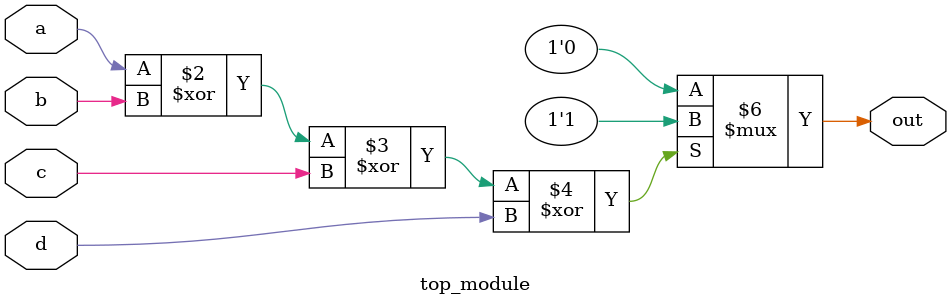
<source format=v>
module top_module(
    input a,
    input b,
    input c,
    input d,
    output out  ); 
    
    always @(*) begin
        out = 0;
    	if(a^b^c^d) out = 1;
    end

endmodule

</source>
